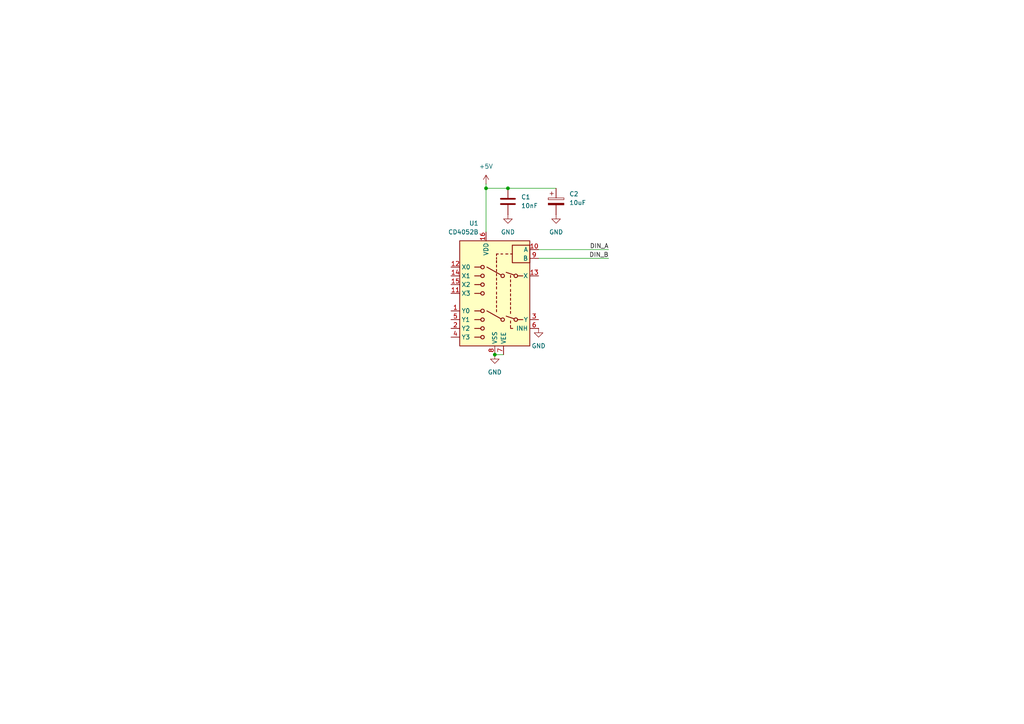
<source format=kicad_sch>
(kicad_sch (version 20250114) (generator "eeschema") (generator_version "9.0")
  (paper "A4")
  (lib_symbols
    (symbol "Analog_Switch:CD4052B"
      (property "Reference" "U" (at -10.16 16.51 0))
      (property "Value" "CD4052B" (at 3.81 16.51 0))
      (symbol "CD4052B_0_1"
        (rectangle (start -10.16 15.24) (end 10.16 -15.24) (stroke (width 0.254)) (fill (type background)))
        (rectangle (start -10.16 8.89) (end -5.08 13.97) (stroke (width 0.254)))
        (polyline (pts (xy -8.128 5.08) (xy -6.604 5.08)) (stroke (width 0.254)))
        (polyline (pts (xy -8.128 -7.62) (xy -6.604 -7.62)) (stroke (width 0.254)))
        (circle (center -6.096 5.08) (radius 0.508) (stroke (width 0.254)))
        (circle (center -6.096 -7.62) (radius 0.508) (stroke (width 0.254)))
        (polyline (pts (xy -5.588 5.334) (xy -3.302 6.096)) (stroke (width 0.254)))
        (polyline (pts (xy -5.588 -7.366) (xy -3.302 -6.604)) (stroke (width 0.254)))
        (polyline (pts (xy -4.572 11.43) (xy -5.08 11.43)) (stroke (width 0.254)))
        (polyline (pts (xy -4.572 4.572) (xy -4.572 5.207)) (stroke (width 0.254)))
        (polyline (pts (xy -4.572 3.302) (xy -4.572 3.937)) (stroke (width 0.254)))
        (polyline (pts (xy -4.572 2.032) (xy -4.572 2.667)) (stroke (width 0.254)))
        (polyline (pts (xy -4.572 0.508) (xy -4.572 1.143)) (stroke (width 0.254)))
        (polyline (pts (xy -4.572 -0.762) (xy -4.572 -0.127)) (stroke (width 0.254)))
        (polyline (pts (xy -4.572 -2.032) (xy -4.572 -1.397)) (stroke (width 0.254)))
        (polyline (pts (xy -4.572 -3.302) (xy -4.572 -2.667)) (stroke (width 0.254)))
        (polyline (pts (xy -4.572 -4.572) (xy -4.572 -3.937)) (stroke (width 0.254)))
        (polyline (pts (xy -4.572 -5.842) (xy -4.572 -5.207)) (stroke (width 0.254)))
        (polyline (pts (xy -4.572 -8.636) (xy -4.572 -8.001)) (stroke (width 0.254)))
        (polyline (pts (xy -4.572 -9.906) (xy -4.572 -9.271)) (stroke (width 0.254)))
        (polyline (pts (xy -4.572 -10.16) (xy -5.207 -10.16)) (stroke (width 0.254)))
        (polyline (pts (xy -3.81 11.43) (xy -3.175 11.43)) (stroke (width 0.254)))
        (circle (center -2.286 5.08) (radius 0.508) (stroke (width 0.254)))
        (circle (center -2.286 -7.62) (radius 0.508) (stroke (width 0.254)))
        (polyline (pts (xy -1.778 11.43) (xy -2.286 11.43)) (stroke (width 0.254)))
        (polyline (pts (xy -1.778 5.334) (xy 2.286 7.62)) (stroke (width 0.254)))
        (polyline (pts (xy -1.778 -7.366) (xy 2.286 -5.08)) (stroke (width 0.254)))
        (polyline (pts (xy -0.508 11.43) (xy -1.016 11.43)) (stroke (width 0.254)))
        (polyline (pts (xy -0.508 10.922) (xy -0.508 11.43)) (stroke (width 0.254)))
        (polyline (pts (xy -0.508 9.906) (xy -0.508 10.414)) (stroke (width 0.254)))
        (polyline (pts (xy -0.508 8.89) (xy -0.508 9.525)) (stroke (width 0.254)))
        (polyline (pts (xy -0.508 8.89) (xy -0.508 9.398)) (stroke (width 0.254)))
        (polyline (pts (xy -0.508 7.62) (xy -0.508 8.255)) (stroke (width 0.254)))
        (polyline (pts (xy -0.508 6.35) (xy -0.508 6.985)) (stroke (width 0.254)))
        (polyline (pts (xy -0.508 5.08) (xy -0.508 5.715)) (stroke (width 0.254)))
        (polyline (pts (xy -0.508 3.81) (xy -0.508 4.445)) (stroke (width 0.254)))
        (polyline (pts (xy -0.508 2.54) (xy -0.508 3.175)) (stroke (width 0.254)))
        (polyline (pts (xy -0.508 1.27) (xy -0.508 1.905)) (stroke (width 0.254)))
        (polyline (pts (xy -0.508 -0.254) (xy -0.508 0.381)) (stroke (width 0.254)))
        (polyline (pts (xy -0.508 -1.524) (xy -0.508 -0.889)) (stroke (width 0.254)))
        (polyline (pts (xy -0.508 -2.794) (xy -0.508 -2.159)) (stroke (width 0.254)))
        (polyline (pts (xy -0.508 -4.064) (xy -0.508 -3.429)) (stroke (width 0.254)))
        (polyline (pts (xy -0.508 -5.334) (xy -0.508 -4.699)) (stroke (width 0.254)))
        (circle (center 3.556 7.62) (radius 0.508) (stroke (width 0.254)))
        (circle (center 3.556 5.08) (radius 0.508) (stroke (width 0.254)))
        (circle (center 3.556 2.54) (radius 0.508) (stroke (width 0.254)))
        (circle (center 3.556 0) (radius 0.508) (stroke (width 0.254)))
        (circle (center 3.556 -5.08) (radius 0.508) (stroke (width 0.254)))
        (circle (center 3.556 -7.62) (radius 0.508) (stroke (width 0.254)))
        (circle (center 3.556 -10.16) (radius 0.508) (stroke (width 0.254)))
        (circle (center 3.556 -12.7) (radius 0.508) (stroke (width 0.254)))
        (polyline (pts (xy 4.064 7.62) (xy 5.842 7.62)) (stroke (width 0.254)))
        (polyline (pts (xy 4.064 5.08) (xy 5.842 5.08)) (stroke (width 0.254)))
        (polyline (pts (xy 4.064 2.54) (xy 5.842 2.54)) (stroke (width 0.254)))
        (polyline (pts (xy 4.064 0) (xy 5.842 0)) (stroke (width 0.254)))
        (polyline (pts (xy 4.064 -5.08) (xy 5.842 -5.08)) (stroke (width 0.254)))
        (polyline (pts (xy 4.064 -7.62) (xy 5.842 -7.62)) (stroke (width 0.254)))
        (polyline (pts (xy 4.064 -10.16) (xy 5.842 -10.16)) (stroke (width 0.254)))
        (polyline (pts (xy 4.064 -12.7) (xy 5.842 -12.7)) (stroke (width 0.254)))
      )
      (symbol "CD4052B_1_1"
        (pin input line (at -12.7 12.7 0) (length 2.54) (name "A") (number "10"))
        (pin input line (at -12.7 10.16 0) (length 2.54) (name "B") (number "9"))
        (pin bidirectional line (at -12.7 5.08 0) (length 2.54) (name "X") (number "13"))
        (pin bidirectional line (at -12.7 -7.62 0) (length 2.54) (name "Y") (number "3"))
        (pin input line (at -12.7 -10.16 0) (length 2.54) (name "INH") (number "6"))
        (pin power_in line (at -2.54 -17.78 90) (length 2.54) (name "VEE") (number "7"))
        (pin power_in line (at 0 -17.78 90) (length 2.54) (name "VSS") (number "8"))
        (pin power_in line (at 2.54 17.78 270) (length 2.54) (name "VDD") (number "16"))
        (pin bidirectional line (at 12.7 7.62 180) (length 2.54) (name "X0") (number "12"))
        (pin bidirectional line (at 12.7 5.08 180) (length 2.54) (name "X1") (number "14"))
        (pin bidirectional line (at 12.7 2.54 180) (length 2.54) (name "X2") (number "15"))
        (pin bidirectional line (at 12.7 0 180) (length 2.54) (name "X3") (number "11"))
        (pin bidirectional line (at 12.7 -5.08 180) (length 2.54) (name "Y0") (number "1"))
        (pin bidirectional line (at 12.7 -7.62 180) (length 2.54) (name "Y1") (number "5"))
        (pin bidirectional line (at 12.7 -10.16 180) (length 2.54) (name "Y2") (number "2"))
        (pin bidirectional line (at 12.7 -12.7 180) (length 2.54) (name "Y3") (number "4"))
      )
    )
    (symbol "Device:C" (pin_numbers (hide yes)) (pin_names (offset 0.254))
      (property "Reference" "C" (at 0.635 2.54 0))
      (property "Value" "C" (at 0.635 -2.54 0))
      (symbol "C_0_1"
        (polyline (pts (xy -2.032 0.762) (xy 2.032 0.762)) (stroke (width 0.508)))
        (polyline (pts (xy -2.032 -0.762) (xy 2.032 -0.762)) (stroke (width 0.508)))
      )
      (symbol "C_1_1"
        (pin passive line (at 0 3.81 270) (length 2.794) (name "~") (number "1"))
        (pin passive line (at 0 -3.81 90) (length 2.794) (name "~") (number "2"))
      )
    )
    (symbol "Device:C_Polarized" (pin_numbers (hide yes)) (pin_names (offset 0.254))
      (property "Reference" "C" (at 0.635 2.54 0))
      (property "Value" "C_Polarized" (at 0.635 -2.54 0))
      (symbol "C_Polarized_0_1"
        (rectangle (start -2.286 0.508) (end 2.286 1.016))
        (polyline (pts (xy -1.778 2.286) (xy -0.762 2.286)))
        (polyline (pts (xy -1.27 2.794) (xy -1.27 1.778)))
        (rectangle (start 2.286 -0.508) (end -2.286 -1.016) (fill (type outline)))
      )
      (symbol "C_Polarized_1_1"
        (pin passive line (at 0 3.81 270) (length 2.794) (name "~") (number "1"))
        (pin passive line (at 0 -3.81 90) (length 2.794) (name "~") (number "2"))
      )
    )
    (symbol "power:+5V" (power) (pin_numbers (hide yes)) (pin_names (offset 0) (hide yes))
      (property "Value" "+5V" (at 0 3.556 0))
      (symbol "+5V_0_1"
        (polyline (pts (xy -0.762 1.27) (xy 0 2.54)))
        (polyline (pts (xy 0 2.54) (xy 0.762 1.27)))
        (polyline (pts (xy 0 0) (xy 0 2.54)))
      )
      (symbol "+5V_1_1"
        (pin power_in line (at 0 0 90) (length 0) (name "~") (number "1"))
      )
    )
    (symbol "power:GND" (power) (pin_numbers (hide yes)) (pin_names (offset 0) (hide yes))
      (property "Value" "GND" (at 0 -3.81 0))
      (symbol "GND_0_1"
        (polyline (pts (xy 0 0) (xy 0 -1.27) (xy 1.27 -1.27) (xy 0 -2.54) (xy -1.27 -1.27) (xy 0 -1.27)))
      )
      (symbol "GND_1_1"
        (pin power_in line (at 0 0 270) (length 0) (name "~") (number "1"))
      )
    )
  )
  (junction (at 147.32 54.61))
  (junction (at 143.51 102.87))
  (junction (at 140.97 54.61))
  (wire (pts (xy 140.97 54.61) (xy 147.32 54.61)))
  (wire (pts (xy 147.32 54.61) (xy 161.29 54.61)))
  (wire (pts (xy 156.21 74.93) (xy 176.53 74.93)))
  (wire (pts (xy 156.21 72.39) (xy 176.53 72.39)))
  (wire (pts (xy 140.97 53.34) (xy 140.97 54.61)))
  (wire (pts (xy 143.51 102.87) (xy 146.05 102.87)))
  (wire (pts (xy 140.97 54.61) (xy 140.97 67.31)))
  (label "DIN_A" (at 176.53 72.39 180))
  (label "DIN_B" (at 176.53 74.93 180))
  (symbol (lib_id "Analog_Switch:CD4052B") (at 143.51 85.09 0) (mirror y) (unit 1)
    (property "Reference" "U1" (at 138.8267 64.77 0) (effects (justify left)))
    (property "Value" "CD4052B" (at 138.8267 67.31 0) (effects (justify left)))
    (property "Datasheet" "http://www.ti.com/lit/ds/symlink/cd4052b.pdf" (effects (hide yes)))
    (property "Description" "CMOS double 4-channel analog multiplexer/demultiplexer, TSSOP-16/DIP-16/SOIC-16" (effects (hide yes)))
  )
  (symbol (lib_id "Device:C_Polarized") (at 161.29 58.42 0) (unit 1)
    (property "Reference" "C2" (at 165.1 56.2609 0) (effects (justify left)))
    (property "Value" "10uF" (at 165.1 58.8009 0) (effects (justify left)))
    (property "Description" "Polarized capacitor" (effects (hide yes)))
  )
  (symbol (lib_id "power:GND") (at 143.51 102.87 0) (unit 1)
    (property "Reference" "#PWR05" (effects (hide yes)))
    (property "Value" "GND" (at 143.51 107.95 0))
    (property "Description" "Power symbol creates a global label with name \"GND\" , ground" (effects (hide yes)))
  )
  (symbol (lib_id "Device:C") (at 147.32 58.42 0) (unit 1)
    (property "Reference" "C1" (at 151.13 57.1499 0) (effects (justify left)))
    (property "Value" "10nF" (at 151.13 59.6899 0) (effects (justify left)))
    (property "Description" "Unpolarized capacitor" (effects (hide yes)))
  )
  (symbol (lib_id "power:GND") (at 156.21 95.25 0) (unit 1)
    (property "Reference" "#PWR04" (effects (hide yes)))
    (property "Value" "GND" (at 156.21 100.33 0))
    (property "Description" "Power symbol creates a global label with name \"GND\" , ground" (effects (hide yes)))
  )
  (symbol (lib_id "power:GND") (at 161.29 62.23 0) (unit 1)
    (property "Reference" "#PWR03" (effects (hide yes)))
    (property "Value" "GND" (at 161.29 67.31 0))
    (property "Description" "Power symbol creates a global label with name \"GND\" , ground" (effects (hide yes)))
  )
  (symbol (lib_id "power:GND") (at 147.32 62.23 0) (unit 1)
    (property "Reference" "#PWR02" (effects (hide yes)))
    (property "Value" "GND" (at 147.32 67.31 0))
    (property "Description" "Power symbol creates a global label with name \"GND\" , ground" (effects (hide yes)))
  )
  (symbol (lib_id "power:+5V") (at 140.97 53.34 0) (unit 1)
    (property "Reference" "#PWR01" (effects (hide yes)))
    (property "Value" "+5V" (at 140.97 48.26 0))
    (property "Description" "Power symbol creates a global label with name \"+5V\"" (effects (hide yes)))
  )
)
</source>
